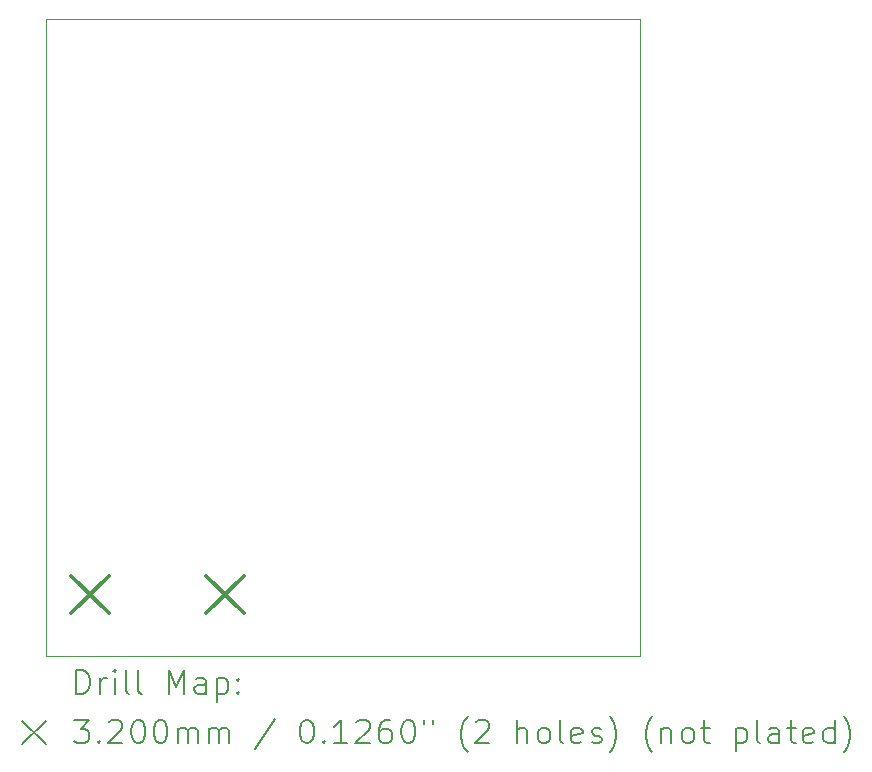
<source format=gbr>
%TF.GenerationSoftware,KiCad,Pcbnew,8.0.2*%
%TF.CreationDate,2024-06-12T01:24:37+02:00*%
%TF.ProjectId,JK-BMS_CAN,4a4b2d42-4d53-45f4-9341-4e2e6b696361,rev?*%
%TF.SameCoordinates,Original*%
%TF.FileFunction,Drillmap*%
%TF.FilePolarity,Positive*%
%FSLAX45Y45*%
G04 Gerber Fmt 4.5, Leading zero omitted, Abs format (unit mm)*
G04 Created by KiCad (PCBNEW 8.0.2) date 2024-06-12 01:24:37*
%MOMM*%
%LPD*%
G01*
G04 APERTURE LIST*
%ADD10C,0.100000*%
%ADD11C,0.200000*%
%ADD12C,0.320000*%
G04 APERTURE END LIST*
D10*
X8350000Y-7275000D02*
X13375000Y-7275000D01*
X13375000Y-12675000D01*
X8350000Y-12675000D01*
X8350000Y-7275000D01*
D11*
D12*
X8559750Y-11990000D02*
X8879750Y-12310000D01*
X8879750Y-11990000D02*
X8559750Y-12310000D01*
X9702750Y-11990000D02*
X10022750Y-12310000D01*
X10022750Y-11990000D02*
X9702750Y-12310000D01*
D11*
X8605777Y-12991484D02*
X8605777Y-12791484D01*
X8605777Y-12791484D02*
X8653396Y-12791484D01*
X8653396Y-12791484D02*
X8681967Y-12801008D01*
X8681967Y-12801008D02*
X8701015Y-12820055D01*
X8701015Y-12820055D02*
X8710539Y-12839103D01*
X8710539Y-12839103D02*
X8720063Y-12877198D01*
X8720063Y-12877198D02*
X8720063Y-12905769D01*
X8720063Y-12905769D02*
X8710539Y-12943865D01*
X8710539Y-12943865D02*
X8701015Y-12962912D01*
X8701015Y-12962912D02*
X8681967Y-12981960D01*
X8681967Y-12981960D02*
X8653396Y-12991484D01*
X8653396Y-12991484D02*
X8605777Y-12991484D01*
X8805777Y-12991484D02*
X8805777Y-12858150D01*
X8805777Y-12896246D02*
X8815301Y-12877198D01*
X8815301Y-12877198D02*
X8824824Y-12867674D01*
X8824824Y-12867674D02*
X8843872Y-12858150D01*
X8843872Y-12858150D02*
X8862920Y-12858150D01*
X8929586Y-12991484D02*
X8929586Y-12858150D01*
X8929586Y-12791484D02*
X8920063Y-12801008D01*
X8920063Y-12801008D02*
X8929586Y-12810531D01*
X8929586Y-12810531D02*
X8939110Y-12801008D01*
X8939110Y-12801008D02*
X8929586Y-12791484D01*
X8929586Y-12791484D02*
X8929586Y-12810531D01*
X9053396Y-12991484D02*
X9034348Y-12981960D01*
X9034348Y-12981960D02*
X9024824Y-12962912D01*
X9024824Y-12962912D02*
X9024824Y-12791484D01*
X9158158Y-12991484D02*
X9139110Y-12981960D01*
X9139110Y-12981960D02*
X9129586Y-12962912D01*
X9129586Y-12962912D02*
X9129586Y-12791484D01*
X9386729Y-12991484D02*
X9386729Y-12791484D01*
X9386729Y-12791484D02*
X9453396Y-12934341D01*
X9453396Y-12934341D02*
X9520063Y-12791484D01*
X9520063Y-12791484D02*
X9520063Y-12991484D01*
X9701015Y-12991484D02*
X9701015Y-12886722D01*
X9701015Y-12886722D02*
X9691491Y-12867674D01*
X9691491Y-12867674D02*
X9672444Y-12858150D01*
X9672444Y-12858150D02*
X9634348Y-12858150D01*
X9634348Y-12858150D02*
X9615301Y-12867674D01*
X9701015Y-12981960D02*
X9681967Y-12991484D01*
X9681967Y-12991484D02*
X9634348Y-12991484D01*
X9634348Y-12991484D02*
X9615301Y-12981960D01*
X9615301Y-12981960D02*
X9605777Y-12962912D01*
X9605777Y-12962912D02*
X9605777Y-12943865D01*
X9605777Y-12943865D02*
X9615301Y-12924817D01*
X9615301Y-12924817D02*
X9634348Y-12915293D01*
X9634348Y-12915293D02*
X9681967Y-12915293D01*
X9681967Y-12915293D02*
X9701015Y-12905769D01*
X9796253Y-12858150D02*
X9796253Y-13058150D01*
X9796253Y-12867674D02*
X9815301Y-12858150D01*
X9815301Y-12858150D02*
X9853396Y-12858150D01*
X9853396Y-12858150D02*
X9872444Y-12867674D01*
X9872444Y-12867674D02*
X9881967Y-12877198D01*
X9881967Y-12877198D02*
X9891491Y-12896246D01*
X9891491Y-12896246D02*
X9891491Y-12953388D01*
X9891491Y-12953388D02*
X9881967Y-12972436D01*
X9881967Y-12972436D02*
X9872444Y-12981960D01*
X9872444Y-12981960D02*
X9853396Y-12991484D01*
X9853396Y-12991484D02*
X9815301Y-12991484D01*
X9815301Y-12991484D02*
X9796253Y-12981960D01*
X9977205Y-12972436D02*
X9986729Y-12981960D01*
X9986729Y-12981960D02*
X9977205Y-12991484D01*
X9977205Y-12991484D02*
X9967682Y-12981960D01*
X9967682Y-12981960D02*
X9977205Y-12972436D01*
X9977205Y-12972436D02*
X9977205Y-12991484D01*
X9977205Y-12867674D02*
X9986729Y-12877198D01*
X9986729Y-12877198D02*
X9977205Y-12886722D01*
X9977205Y-12886722D02*
X9967682Y-12877198D01*
X9967682Y-12877198D02*
X9977205Y-12867674D01*
X9977205Y-12867674D02*
X9977205Y-12886722D01*
X8145000Y-13220000D02*
X8345000Y-13420000D01*
X8345000Y-13220000D02*
X8145000Y-13420000D01*
X8586729Y-13211484D02*
X8710539Y-13211484D01*
X8710539Y-13211484D02*
X8643872Y-13287674D01*
X8643872Y-13287674D02*
X8672444Y-13287674D01*
X8672444Y-13287674D02*
X8691491Y-13297198D01*
X8691491Y-13297198D02*
X8701015Y-13306722D01*
X8701015Y-13306722D02*
X8710539Y-13325769D01*
X8710539Y-13325769D02*
X8710539Y-13373388D01*
X8710539Y-13373388D02*
X8701015Y-13392436D01*
X8701015Y-13392436D02*
X8691491Y-13401960D01*
X8691491Y-13401960D02*
X8672444Y-13411484D01*
X8672444Y-13411484D02*
X8615301Y-13411484D01*
X8615301Y-13411484D02*
X8596253Y-13401960D01*
X8596253Y-13401960D02*
X8586729Y-13392436D01*
X8796253Y-13392436D02*
X8805777Y-13401960D01*
X8805777Y-13401960D02*
X8796253Y-13411484D01*
X8796253Y-13411484D02*
X8786729Y-13401960D01*
X8786729Y-13401960D02*
X8796253Y-13392436D01*
X8796253Y-13392436D02*
X8796253Y-13411484D01*
X8881967Y-13230531D02*
X8891491Y-13221008D01*
X8891491Y-13221008D02*
X8910539Y-13211484D01*
X8910539Y-13211484D02*
X8958158Y-13211484D01*
X8958158Y-13211484D02*
X8977205Y-13221008D01*
X8977205Y-13221008D02*
X8986729Y-13230531D01*
X8986729Y-13230531D02*
X8996253Y-13249579D01*
X8996253Y-13249579D02*
X8996253Y-13268627D01*
X8996253Y-13268627D02*
X8986729Y-13297198D01*
X8986729Y-13297198D02*
X8872444Y-13411484D01*
X8872444Y-13411484D02*
X8996253Y-13411484D01*
X9120063Y-13211484D02*
X9139110Y-13211484D01*
X9139110Y-13211484D02*
X9158158Y-13221008D01*
X9158158Y-13221008D02*
X9167682Y-13230531D01*
X9167682Y-13230531D02*
X9177205Y-13249579D01*
X9177205Y-13249579D02*
X9186729Y-13287674D01*
X9186729Y-13287674D02*
X9186729Y-13335293D01*
X9186729Y-13335293D02*
X9177205Y-13373388D01*
X9177205Y-13373388D02*
X9167682Y-13392436D01*
X9167682Y-13392436D02*
X9158158Y-13401960D01*
X9158158Y-13401960D02*
X9139110Y-13411484D01*
X9139110Y-13411484D02*
X9120063Y-13411484D01*
X9120063Y-13411484D02*
X9101015Y-13401960D01*
X9101015Y-13401960D02*
X9091491Y-13392436D01*
X9091491Y-13392436D02*
X9081967Y-13373388D01*
X9081967Y-13373388D02*
X9072444Y-13335293D01*
X9072444Y-13335293D02*
X9072444Y-13287674D01*
X9072444Y-13287674D02*
X9081967Y-13249579D01*
X9081967Y-13249579D02*
X9091491Y-13230531D01*
X9091491Y-13230531D02*
X9101015Y-13221008D01*
X9101015Y-13221008D02*
X9120063Y-13211484D01*
X9310539Y-13211484D02*
X9329586Y-13211484D01*
X9329586Y-13211484D02*
X9348634Y-13221008D01*
X9348634Y-13221008D02*
X9358158Y-13230531D01*
X9358158Y-13230531D02*
X9367682Y-13249579D01*
X9367682Y-13249579D02*
X9377205Y-13287674D01*
X9377205Y-13287674D02*
X9377205Y-13335293D01*
X9377205Y-13335293D02*
X9367682Y-13373388D01*
X9367682Y-13373388D02*
X9358158Y-13392436D01*
X9358158Y-13392436D02*
X9348634Y-13401960D01*
X9348634Y-13401960D02*
X9329586Y-13411484D01*
X9329586Y-13411484D02*
X9310539Y-13411484D01*
X9310539Y-13411484D02*
X9291491Y-13401960D01*
X9291491Y-13401960D02*
X9281967Y-13392436D01*
X9281967Y-13392436D02*
X9272444Y-13373388D01*
X9272444Y-13373388D02*
X9262920Y-13335293D01*
X9262920Y-13335293D02*
X9262920Y-13287674D01*
X9262920Y-13287674D02*
X9272444Y-13249579D01*
X9272444Y-13249579D02*
X9281967Y-13230531D01*
X9281967Y-13230531D02*
X9291491Y-13221008D01*
X9291491Y-13221008D02*
X9310539Y-13211484D01*
X9462920Y-13411484D02*
X9462920Y-13278150D01*
X9462920Y-13297198D02*
X9472444Y-13287674D01*
X9472444Y-13287674D02*
X9491491Y-13278150D01*
X9491491Y-13278150D02*
X9520063Y-13278150D01*
X9520063Y-13278150D02*
X9539110Y-13287674D01*
X9539110Y-13287674D02*
X9548634Y-13306722D01*
X9548634Y-13306722D02*
X9548634Y-13411484D01*
X9548634Y-13306722D02*
X9558158Y-13287674D01*
X9558158Y-13287674D02*
X9577205Y-13278150D01*
X9577205Y-13278150D02*
X9605777Y-13278150D01*
X9605777Y-13278150D02*
X9624825Y-13287674D01*
X9624825Y-13287674D02*
X9634348Y-13306722D01*
X9634348Y-13306722D02*
X9634348Y-13411484D01*
X9729586Y-13411484D02*
X9729586Y-13278150D01*
X9729586Y-13297198D02*
X9739110Y-13287674D01*
X9739110Y-13287674D02*
X9758158Y-13278150D01*
X9758158Y-13278150D02*
X9786729Y-13278150D01*
X9786729Y-13278150D02*
X9805777Y-13287674D01*
X9805777Y-13287674D02*
X9815301Y-13306722D01*
X9815301Y-13306722D02*
X9815301Y-13411484D01*
X9815301Y-13306722D02*
X9824825Y-13287674D01*
X9824825Y-13287674D02*
X9843872Y-13278150D01*
X9843872Y-13278150D02*
X9872444Y-13278150D01*
X9872444Y-13278150D02*
X9891491Y-13287674D01*
X9891491Y-13287674D02*
X9901015Y-13306722D01*
X9901015Y-13306722D02*
X9901015Y-13411484D01*
X10291491Y-13201960D02*
X10120063Y-13459103D01*
X10548634Y-13211484D02*
X10567682Y-13211484D01*
X10567682Y-13211484D02*
X10586729Y-13221008D01*
X10586729Y-13221008D02*
X10596253Y-13230531D01*
X10596253Y-13230531D02*
X10605777Y-13249579D01*
X10605777Y-13249579D02*
X10615301Y-13287674D01*
X10615301Y-13287674D02*
X10615301Y-13335293D01*
X10615301Y-13335293D02*
X10605777Y-13373388D01*
X10605777Y-13373388D02*
X10596253Y-13392436D01*
X10596253Y-13392436D02*
X10586729Y-13401960D01*
X10586729Y-13401960D02*
X10567682Y-13411484D01*
X10567682Y-13411484D02*
X10548634Y-13411484D01*
X10548634Y-13411484D02*
X10529587Y-13401960D01*
X10529587Y-13401960D02*
X10520063Y-13392436D01*
X10520063Y-13392436D02*
X10510539Y-13373388D01*
X10510539Y-13373388D02*
X10501015Y-13335293D01*
X10501015Y-13335293D02*
X10501015Y-13287674D01*
X10501015Y-13287674D02*
X10510539Y-13249579D01*
X10510539Y-13249579D02*
X10520063Y-13230531D01*
X10520063Y-13230531D02*
X10529587Y-13221008D01*
X10529587Y-13221008D02*
X10548634Y-13211484D01*
X10701015Y-13392436D02*
X10710539Y-13401960D01*
X10710539Y-13401960D02*
X10701015Y-13411484D01*
X10701015Y-13411484D02*
X10691491Y-13401960D01*
X10691491Y-13401960D02*
X10701015Y-13392436D01*
X10701015Y-13392436D02*
X10701015Y-13411484D01*
X10901015Y-13411484D02*
X10786729Y-13411484D01*
X10843872Y-13411484D02*
X10843872Y-13211484D01*
X10843872Y-13211484D02*
X10824825Y-13240055D01*
X10824825Y-13240055D02*
X10805777Y-13259103D01*
X10805777Y-13259103D02*
X10786729Y-13268627D01*
X10977206Y-13230531D02*
X10986729Y-13221008D01*
X10986729Y-13221008D02*
X11005777Y-13211484D01*
X11005777Y-13211484D02*
X11053396Y-13211484D01*
X11053396Y-13211484D02*
X11072444Y-13221008D01*
X11072444Y-13221008D02*
X11081968Y-13230531D01*
X11081968Y-13230531D02*
X11091491Y-13249579D01*
X11091491Y-13249579D02*
X11091491Y-13268627D01*
X11091491Y-13268627D02*
X11081968Y-13297198D01*
X11081968Y-13297198D02*
X10967682Y-13411484D01*
X10967682Y-13411484D02*
X11091491Y-13411484D01*
X11262920Y-13211484D02*
X11224825Y-13211484D01*
X11224825Y-13211484D02*
X11205777Y-13221008D01*
X11205777Y-13221008D02*
X11196253Y-13230531D01*
X11196253Y-13230531D02*
X11177206Y-13259103D01*
X11177206Y-13259103D02*
X11167682Y-13297198D01*
X11167682Y-13297198D02*
X11167682Y-13373388D01*
X11167682Y-13373388D02*
X11177206Y-13392436D01*
X11177206Y-13392436D02*
X11186729Y-13401960D01*
X11186729Y-13401960D02*
X11205777Y-13411484D01*
X11205777Y-13411484D02*
X11243872Y-13411484D01*
X11243872Y-13411484D02*
X11262920Y-13401960D01*
X11262920Y-13401960D02*
X11272444Y-13392436D01*
X11272444Y-13392436D02*
X11281967Y-13373388D01*
X11281967Y-13373388D02*
X11281967Y-13325769D01*
X11281967Y-13325769D02*
X11272444Y-13306722D01*
X11272444Y-13306722D02*
X11262920Y-13297198D01*
X11262920Y-13297198D02*
X11243872Y-13287674D01*
X11243872Y-13287674D02*
X11205777Y-13287674D01*
X11205777Y-13287674D02*
X11186729Y-13297198D01*
X11186729Y-13297198D02*
X11177206Y-13306722D01*
X11177206Y-13306722D02*
X11167682Y-13325769D01*
X11405777Y-13211484D02*
X11424825Y-13211484D01*
X11424825Y-13211484D02*
X11443872Y-13221008D01*
X11443872Y-13221008D02*
X11453396Y-13230531D01*
X11453396Y-13230531D02*
X11462920Y-13249579D01*
X11462920Y-13249579D02*
X11472444Y-13287674D01*
X11472444Y-13287674D02*
X11472444Y-13335293D01*
X11472444Y-13335293D02*
X11462920Y-13373388D01*
X11462920Y-13373388D02*
X11453396Y-13392436D01*
X11453396Y-13392436D02*
X11443872Y-13401960D01*
X11443872Y-13401960D02*
X11424825Y-13411484D01*
X11424825Y-13411484D02*
X11405777Y-13411484D01*
X11405777Y-13411484D02*
X11386729Y-13401960D01*
X11386729Y-13401960D02*
X11377206Y-13392436D01*
X11377206Y-13392436D02*
X11367682Y-13373388D01*
X11367682Y-13373388D02*
X11358158Y-13335293D01*
X11358158Y-13335293D02*
X11358158Y-13287674D01*
X11358158Y-13287674D02*
X11367682Y-13249579D01*
X11367682Y-13249579D02*
X11377206Y-13230531D01*
X11377206Y-13230531D02*
X11386729Y-13221008D01*
X11386729Y-13221008D02*
X11405777Y-13211484D01*
X11548634Y-13211484D02*
X11548634Y-13249579D01*
X11624825Y-13211484D02*
X11624825Y-13249579D01*
X11920063Y-13487674D02*
X11910539Y-13478150D01*
X11910539Y-13478150D02*
X11891491Y-13449579D01*
X11891491Y-13449579D02*
X11881968Y-13430531D01*
X11881968Y-13430531D02*
X11872444Y-13401960D01*
X11872444Y-13401960D02*
X11862920Y-13354341D01*
X11862920Y-13354341D02*
X11862920Y-13316246D01*
X11862920Y-13316246D02*
X11872444Y-13268627D01*
X11872444Y-13268627D02*
X11881968Y-13240055D01*
X11881968Y-13240055D02*
X11891491Y-13221008D01*
X11891491Y-13221008D02*
X11910539Y-13192436D01*
X11910539Y-13192436D02*
X11920063Y-13182912D01*
X11986729Y-13230531D02*
X11996253Y-13221008D01*
X11996253Y-13221008D02*
X12015301Y-13211484D01*
X12015301Y-13211484D02*
X12062920Y-13211484D01*
X12062920Y-13211484D02*
X12081968Y-13221008D01*
X12081968Y-13221008D02*
X12091491Y-13230531D01*
X12091491Y-13230531D02*
X12101015Y-13249579D01*
X12101015Y-13249579D02*
X12101015Y-13268627D01*
X12101015Y-13268627D02*
X12091491Y-13297198D01*
X12091491Y-13297198D02*
X11977206Y-13411484D01*
X11977206Y-13411484D02*
X12101015Y-13411484D01*
X12339110Y-13411484D02*
X12339110Y-13211484D01*
X12424825Y-13411484D02*
X12424825Y-13306722D01*
X12424825Y-13306722D02*
X12415301Y-13287674D01*
X12415301Y-13287674D02*
X12396253Y-13278150D01*
X12396253Y-13278150D02*
X12367682Y-13278150D01*
X12367682Y-13278150D02*
X12348634Y-13287674D01*
X12348634Y-13287674D02*
X12339110Y-13297198D01*
X12548634Y-13411484D02*
X12529587Y-13401960D01*
X12529587Y-13401960D02*
X12520063Y-13392436D01*
X12520063Y-13392436D02*
X12510539Y-13373388D01*
X12510539Y-13373388D02*
X12510539Y-13316246D01*
X12510539Y-13316246D02*
X12520063Y-13297198D01*
X12520063Y-13297198D02*
X12529587Y-13287674D01*
X12529587Y-13287674D02*
X12548634Y-13278150D01*
X12548634Y-13278150D02*
X12577206Y-13278150D01*
X12577206Y-13278150D02*
X12596253Y-13287674D01*
X12596253Y-13287674D02*
X12605777Y-13297198D01*
X12605777Y-13297198D02*
X12615301Y-13316246D01*
X12615301Y-13316246D02*
X12615301Y-13373388D01*
X12615301Y-13373388D02*
X12605777Y-13392436D01*
X12605777Y-13392436D02*
X12596253Y-13401960D01*
X12596253Y-13401960D02*
X12577206Y-13411484D01*
X12577206Y-13411484D02*
X12548634Y-13411484D01*
X12729587Y-13411484D02*
X12710539Y-13401960D01*
X12710539Y-13401960D02*
X12701015Y-13382912D01*
X12701015Y-13382912D02*
X12701015Y-13211484D01*
X12881968Y-13401960D02*
X12862920Y-13411484D01*
X12862920Y-13411484D02*
X12824825Y-13411484D01*
X12824825Y-13411484D02*
X12805777Y-13401960D01*
X12805777Y-13401960D02*
X12796253Y-13382912D01*
X12796253Y-13382912D02*
X12796253Y-13306722D01*
X12796253Y-13306722D02*
X12805777Y-13287674D01*
X12805777Y-13287674D02*
X12824825Y-13278150D01*
X12824825Y-13278150D02*
X12862920Y-13278150D01*
X12862920Y-13278150D02*
X12881968Y-13287674D01*
X12881968Y-13287674D02*
X12891491Y-13306722D01*
X12891491Y-13306722D02*
X12891491Y-13325769D01*
X12891491Y-13325769D02*
X12796253Y-13344817D01*
X12967682Y-13401960D02*
X12986730Y-13411484D01*
X12986730Y-13411484D02*
X13024825Y-13411484D01*
X13024825Y-13411484D02*
X13043872Y-13401960D01*
X13043872Y-13401960D02*
X13053396Y-13382912D01*
X13053396Y-13382912D02*
X13053396Y-13373388D01*
X13053396Y-13373388D02*
X13043872Y-13354341D01*
X13043872Y-13354341D02*
X13024825Y-13344817D01*
X13024825Y-13344817D02*
X12996253Y-13344817D01*
X12996253Y-13344817D02*
X12977206Y-13335293D01*
X12977206Y-13335293D02*
X12967682Y-13316246D01*
X12967682Y-13316246D02*
X12967682Y-13306722D01*
X12967682Y-13306722D02*
X12977206Y-13287674D01*
X12977206Y-13287674D02*
X12996253Y-13278150D01*
X12996253Y-13278150D02*
X13024825Y-13278150D01*
X13024825Y-13278150D02*
X13043872Y-13287674D01*
X13120063Y-13487674D02*
X13129587Y-13478150D01*
X13129587Y-13478150D02*
X13148634Y-13449579D01*
X13148634Y-13449579D02*
X13158158Y-13430531D01*
X13158158Y-13430531D02*
X13167682Y-13401960D01*
X13167682Y-13401960D02*
X13177206Y-13354341D01*
X13177206Y-13354341D02*
X13177206Y-13316246D01*
X13177206Y-13316246D02*
X13167682Y-13268627D01*
X13167682Y-13268627D02*
X13158158Y-13240055D01*
X13158158Y-13240055D02*
X13148634Y-13221008D01*
X13148634Y-13221008D02*
X13129587Y-13192436D01*
X13129587Y-13192436D02*
X13120063Y-13182912D01*
X13481968Y-13487674D02*
X13472444Y-13478150D01*
X13472444Y-13478150D02*
X13453396Y-13449579D01*
X13453396Y-13449579D02*
X13443872Y-13430531D01*
X13443872Y-13430531D02*
X13434349Y-13401960D01*
X13434349Y-13401960D02*
X13424825Y-13354341D01*
X13424825Y-13354341D02*
X13424825Y-13316246D01*
X13424825Y-13316246D02*
X13434349Y-13268627D01*
X13434349Y-13268627D02*
X13443872Y-13240055D01*
X13443872Y-13240055D02*
X13453396Y-13221008D01*
X13453396Y-13221008D02*
X13472444Y-13192436D01*
X13472444Y-13192436D02*
X13481968Y-13182912D01*
X13558158Y-13278150D02*
X13558158Y-13411484D01*
X13558158Y-13297198D02*
X13567682Y-13287674D01*
X13567682Y-13287674D02*
X13586730Y-13278150D01*
X13586730Y-13278150D02*
X13615301Y-13278150D01*
X13615301Y-13278150D02*
X13634349Y-13287674D01*
X13634349Y-13287674D02*
X13643872Y-13306722D01*
X13643872Y-13306722D02*
X13643872Y-13411484D01*
X13767682Y-13411484D02*
X13748634Y-13401960D01*
X13748634Y-13401960D02*
X13739111Y-13392436D01*
X13739111Y-13392436D02*
X13729587Y-13373388D01*
X13729587Y-13373388D02*
X13729587Y-13316246D01*
X13729587Y-13316246D02*
X13739111Y-13297198D01*
X13739111Y-13297198D02*
X13748634Y-13287674D01*
X13748634Y-13287674D02*
X13767682Y-13278150D01*
X13767682Y-13278150D02*
X13796253Y-13278150D01*
X13796253Y-13278150D02*
X13815301Y-13287674D01*
X13815301Y-13287674D02*
X13824825Y-13297198D01*
X13824825Y-13297198D02*
X13834349Y-13316246D01*
X13834349Y-13316246D02*
X13834349Y-13373388D01*
X13834349Y-13373388D02*
X13824825Y-13392436D01*
X13824825Y-13392436D02*
X13815301Y-13401960D01*
X13815301Y-13401960D02*
X13796253Y-13411484D01*
X13796253Y-13411484D02*
X13767682Y-13411484D01*
X13891492Y-13278150D02*
X13967682Y-13278150D01*
X13920063Y-13211484D02*
X13920063Y-13382912D01*
X13920063Y-13382912D02*
X13929587Y-13401960D01*
X13929587Y-13401960D02*
X13948634Y-13411484D01*
X13948634Y-13411484D02*
X13967682Y-13411484D01*
X14186730Y-13278150D02*
X14186730Y-13478150D01*
X14186730Y-13287674D02*
X14205777Y-13278150D01*
X14205777Y-13278150D02*
X14243873Y-13278150D01*
X14243873Y-13278150D02*
X14262920Y-13287674D01*
X14262920Y-13287674D02*
X14272444Y-13297198D01*
X14272444Y-13297198D02*
X14281968Y-13316246D01*
X14281968Y-13316246D02*
X14281968Y-13373388D01*
X14281968Y-13373388D02*
X14272444Y-13392436D01*
X14272444Y-13392436D02*
X14262920Y-13401960D01*
X14262920Y-13401960D02*
X14243873Y-13411484D01*
X14243873Y-13411484D02*
X14205777Y-13411484D01*
X14205777Y-13411484D02*
X14186730Y-13401960D01*
X14396253Y-13411484D02*
X14377206Y-13401960D01*
X14377206Y-13401960D02*
X14367682Y-13382912D01*
X14367682Y-13382912D02*
X14367682Y-13211484D01*
X14558158Y-13411484D02*
X14558158Y-13306722D01*
X14558158Y-13306722D02*
X14548634Y-13287674D01*
X14548634Y-13287674D02*
X14529587Y-13278150D01*
X14529587Y-13278150D02*
X14491492Y-13278150D01*
X14491492Y-13278150D02*
X14472444Y-13287674D01*
X14558158Y-13401960D02*
X14539111Y-13411484D01*
X14539111Y-13411484D02*
X14491492Y-13411484D01*
X14491492Y-13411484D02*
X14472444Y-13401960D01*
X14472444Y-13401960D02*
X14462920Y-13382912D01*
X14462920Y-13382912D02*
X14462920Y-13363865D01*
X14462920Y-13363865D02*
X14472444Y-13344817D01*
X14472444Y-13344817D02*
X14491492Y-13335293D01*
X14491492Y-13335293D02*
X14539111Y-13335293D01*
X14539111Y-13335293D02*
X14558158Y-13325769D01*
X14624825Y-13278150D02*
X14701015Y-13278150D01*
X14653396Y-13211484D02*
X14653396Y-13382912D01*
X14653396Y-13382912D02*
X14662920Y-13401960D01*
X14662920Y-13401960D02*
X14681968Y-13411484D01*
X14681968Y-13411484D02*
X14701015Y-13411484D01*
X14843873Y-13401960D02*
X14824825Y-13411484D01*
X14824825Y-13411484D02*
X14786730Y-13411484D01*
X14786730Y-13411484D02*
X14767682Y-13401960D01*
X14767682Y-13401960D02*
X14758158Y-13382912D01*
X14758158Y-13382912D02*
X14758158Y-13306722D01*
X14758158Y-13306722D02*
X14767682Y-13287674D01*
X14767682Y-13287674D02*
X14786730Y-13278150D01*
X14786730Y-13278150D02*
X14824825Y-13278150D01*
X14824825Y-13278150D02*
X14843873Y-13287674D01*
X14843873Y-13287674D02*
X14853396Y-13306722D01*
X14853396Y-13306722D02*
X14853396Y-13325769D01*
X14853396Y-13325769D02*
X14758158Y-13344817D01*
X15024825Y-13411484D02*
X15024825Y-13211484D01*
X15024825Y-13401960D02*
X15005777Y-13411484D01*
X15005777Y-13411484D02*
X14967682Y-13411484D01*
X14967682Y-13411484D02*
X14948634Y-13401960D01*
X14948634Y-13401960D02*
X14939111Y-13392436D01*
X14939111Y-13392436D02*
X14929587Y-13373388D01*
X14929587Y-13373388D02*
X14929587Y-13316246D01*
X14929587Y-13316246D02*
X14939111Y-13297198D01*
X14939111Y-13297198D02*
X14948634Y-13287674D01*
X14948634Y-13287674D02*
X14967682Y-13278150D01*
X14967682Y-13278150D02*
X15005777Y-13278150D01*
X15005777Y-13278150D02*
X15024825Y-13287674D01*
X15101015Y-13487674D02*
X15110539Y-13478150D01*
X15110539Y-13478150D02*
X15129587Y-13449579D01*
X15129587Y-13449579D02*
X15139111Y-13430531D01*
X15139111Y-13430531D02*
X15148634Y-13401960D01*
X15148634Y-13401960D02*
X15158158Y-13354341D01*
X15158158Y-13354341D02*
X15158158Y-13316246D01*
X15158158Y-13316246D02*
X15148634Y-13268627D01*
X15148634Y-13268627D02*
X15139111Y-13240055D01*
X15139111Y-13240055D02*
X15129587Y-13221008D01*
X15129587Y-13221008D02*
X15110539Y-13192436D01*
X15110539Y-13192436D02*
X15101015Y-13182912D01*
M02*

</source>
